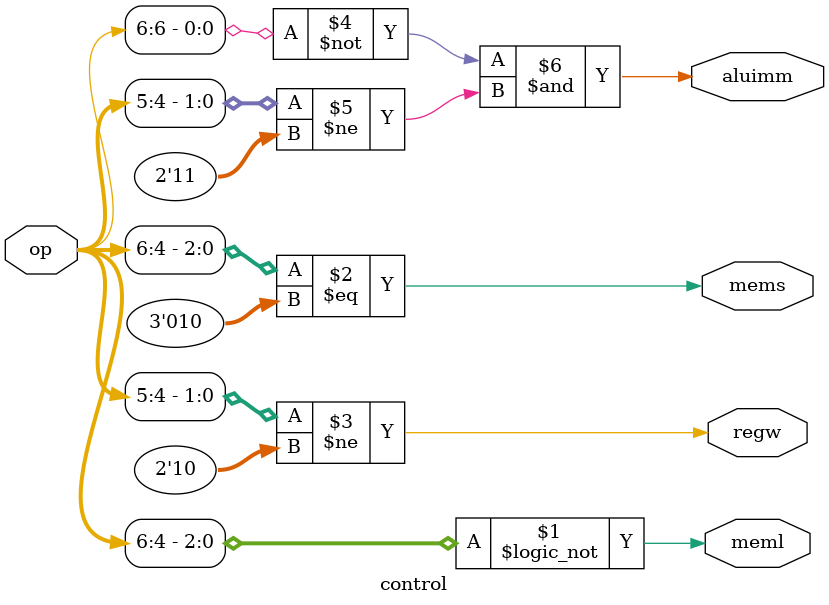
<source format=sv>

module control (
  input wire [6:0] op,
  output wire meml, mems, regw, aluimm
);

  assign meml = op[6:4] == 3'b000;
  assign mems = op[6:4] == 3'b010;
  assign regw = (op[5:4] != 2'b10);
  assign aluimm = (~op[6]) & (op[5:4] != 2'b11);

endmodule
</source>
